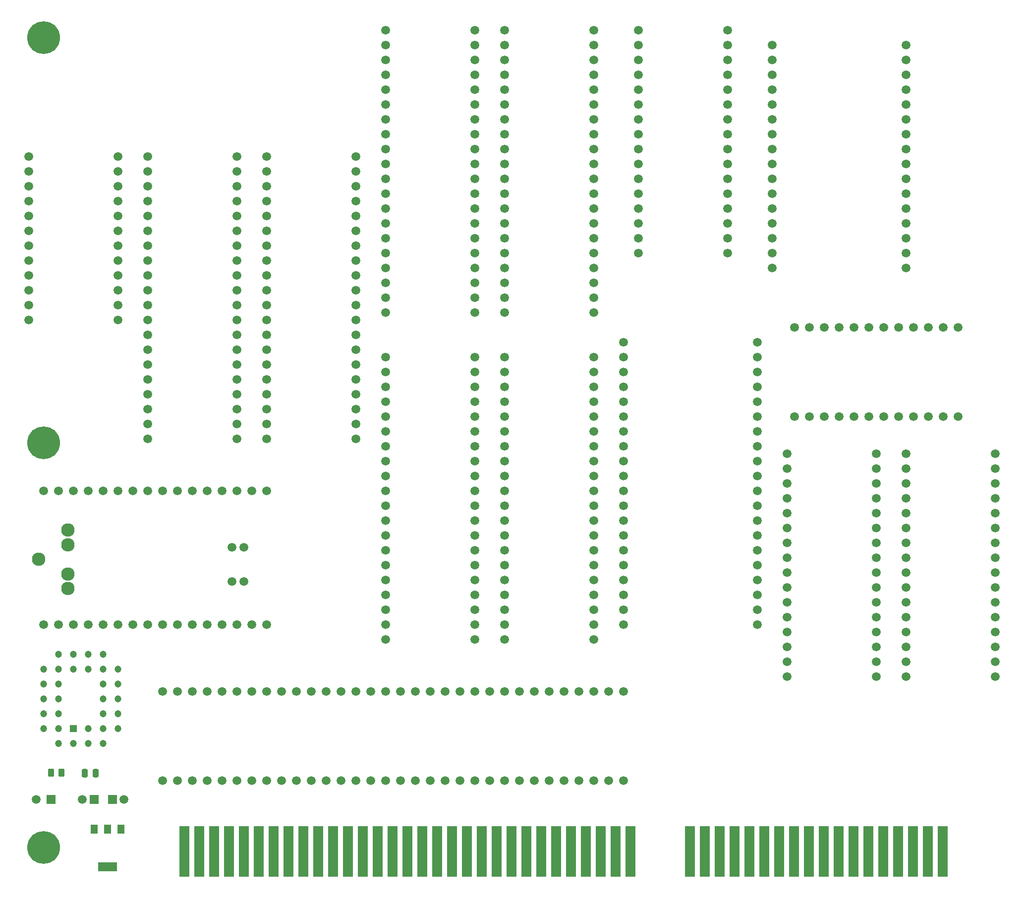
<source format=gts>
%TF.GenerationSoftware,KiCad,Pcbnew,8.0.4*%
%TF.CreationDate,2024-09-13T19:50:04+02:00*%
%TF.ProjectId,Audio Board,41756469-6f20-4426-9f61-72642e6b6963,V0*%
%TF.SameCoordinates,Original*%
%TF.FileFunction,Soldermask,Top*%
%TF.FilePolarity,Negative*%
%FSLAX46Y46*%
G04 Gerber Fmt 4.6, Leading zero omitted, Abs format (unit mm)*
G04 Created by KiCad (PCBNEW 8.0.4) date 2024-09-13 19:50:04*
%MOMM*%
%LPD*%
G01*
G04 APERTURE LIST*
G04 Aperture macros list*
%AMRoundRect*
0 Rectangle with rounded corners*
0 $1 Rounding radius*
0 $2 $3 $4 $5 $6 $7 $8 $9 X,Y pos of 4 corners*
0 Add a 4 corners polygon primitive as box body*
4,1,4,$2,$3,$4,$5,$6,$7,$8,$9,$2,$3,0*
0 Add four circle primitives for the rounded corners*
1,1,$1+$1,$2,$3*
1,1,$1+$1,$4,$5*
1,1,$1+$1,$6,$7*
1,1,$1+$1,$8,$9*
0 Add four rect primitives between the rounded corners*
20,1,$1+$1,$2,$3,$4,$5,0*
20,1,$1+$1,$4,$5,$6,$7,0*
20,1,$1+$1,$6,$7,$8,$9,0*
20,1,$1+$1,$8,$9,$2,$3,0*%
G04 Aperture macros list end*
%ADD10C,1.500000*%
%ADD11RoundRect,0.250000X-0.262500X-0.450000X0.262500X-0.450000X0.262500X0.450000X-0.262500X0.450000X0*%
%ADD12R,3.300000X1.500000*%
%ADD13R,1.200000X1.500000*%
%ADD14R,1.500000X1.500000*%
%ADD15R,1.780000X8.620000*%
%ADD16C,2.300000*%
%ADD17C,5.600000*%
%ADD18C,1.200000*%
%ADD19R,1.200000X1.200000*%
%ADD20RoundRect,0.250000X0.250000X0.475000X-0.250000X0.475000X-0.250000X-0.475000X0.250000X-0.475000X0*%
G04 APERTURE END LIST*
D10*
%TO.C,B13*%
X175260000Y-24130000D03*
X175260000Y-26670000D03*
X175260000Y-29209999D03*
X175260000Y-31750000D03*
X175260000Y-34290000D03*
X175260000Y-36830000D03*
X175260000Y-39370000D03*
X175260000Y-41910001D03*
X175260000Y-44450000D03*
X175260000Y-46990000D03*
X175260000Y-49530000D03*
X175260000Y-52069999D03*
X175260000Y-54610000D03*
X175260000Y-57150000D03*
X175260000Y-59690000D03*
X175260000Y-62229999D03*
X152400000Y-62229999D03*
X152400000Y-59690000D03*
X152400000Y-57150000D03*
X152400000Y-54610000D03*
X152400000Y-52069999D03*
X152400000Y-49530000D03*
X152400000Y-46990000D03*
X152400000Y-44450000D03*
X152400000Y-41910001D03*
X152400000Y-39370000D03*
X152400000Y-36830000D03*
X152400000Y-34290000D03*
X152400000Y-31750000D03*
X152400000Y-29209999D03*
X152400000Y-26670000D03*
X152400000Y-24130000D03*
%TD*%
D11*
%TO.C,R1*%
X30988000Y-148463000D03*
X29163000Y-148463000D03*
%TD*%
D12*
%TO.C,IC1*%
X38876000Y-164515000D03*
D13*
X36576000Y-158115000D03*
X38876000Y-158115000D03*
X41176000Y-158115000D03*
%TD*%
D10*
%TO.C,B6*%
X101600000Y-21590000D03*
X101600000Y-24130000D03*
X101600000Y-26670000D03*
X101600000Y-29210000D03*
X101600000Y-31750000D03*
X101600000Y-34290000D03*
X101600000Y-36830000D03*
X101600000Y-39370000D03*
X101600000Y-41910000D03*
X101600000Y-44450000D03*
X101600000Y-46990000D03*
X101600000Y-49530000D03*
X101600000Y-52070000D03*
X101600000Y-54610000D03*
X101600000Y-57150000D03*
X101600000Y-59690000D03*
X101600000Y-62230000D03*
X101600000Y-64770000D03*
X101600000Y-67310000D03*
X101600000Y-69850000D03*
X86360000Y-69850000D03*
X86360000Y-67310000D03*
X86360000Y-64770000D03*
X86360000Y-62230000D03*
X86360000Y-59690000D03*
X86360000Y-57150000D03*
X86360000Y-54610000D03*
X86360000Y-52070000D03*
X86360000Y-49530000D03*
X86360000Y-46990000D03*
X86360000Y-44450000D03*
X86360000Y-41910000D03*
X86360000Y-39370000D03*
X86360000Y-36830000D03*
X86360000Y-34290000D03*
X86360000Y-31750000D03*
X86360000Y-29210000D03*
X86360000Y-26670000D03*
X86360000Y-24130000D03*
X86360000Y-21590000D03*
%TD*%
%TO.C,LED1*%
X26675000Y-153035000D03*
D14*
X29215000Y-153035000D03*
%TD*%
D10*
%TO.C,B16*%
X48260000Y-134620000D03*
X50800000Y-134620000D03*
X53340000Y-134620000D03*
X55880000Y-134620000D03*
X58420000Y-134620000D03*
X60960000Y-134620000D03*
X63500000Y-134620000D03*
X66040000Y-134620000D03*
X68580000Y-134620000D03*
X71120000Y-134620000D03*
X73660000Y-134620000D03*
X76200000Y-134620000D03*
X78740000Y-134620000D03*
X81280000Y-134620000D03*
X83820000Y-134620000D03*
X86360000Y-134620000D03*
X88900000Y-134620000D03*
X91440000Y-134620000D03*
X93980000Y-134620000D03*
X96520000Y-134620000D03*
X99060000Y-134620000D03*
X101600000Y-134620000D03*
X104140000Y-134620000D03*
X106680000Y-134620000D03*
X109220000Y-134620000D03*
X111760000Y-134620000D03*
X114300000Y-134620000D03*
X116840000Y-134620000D03*
X119380000Y-134620000D03*
X121920000Y-134620000D03*
X124460000Y-134620000D03*
X127000000Y-134620000D03*
X127000000Y-149860000D03*
X124460000Y-149860000D03*
X121920000Y-149860000D03*
X119380000Y-149860000D03*
X116840000Y-149860000D03*
X114300000Y-149860000D03*
X111760000Y-149860000D03*
X109220000Y-149860000D03*
X106680000Y-149860000D03*
X104140000Y-149860000D03*
X101600000Y-149860000D03*
X99060000Y-149860000D03*
X96520000Y-149860000D03*
X93980000Y-149860000D03*
X91440000Y-149860000D03*
X88900000Y-149860000D03*
X86360000Y-149860000D03*
X83820000Y-149860000D03*
X81280000Y-149860000D03*
X78740000Y-149860000D03*
X76200000Y-149860000D03*
X73660000Y-149860000D03*
X71120000Y-149860000D03*
X68580000Y-149860000D03*
X66040000Y-149860000D03*
X63500000Y-149860000D03*
X60960000Y-149860000D03*
X58420000Y-149860000D03*
X55880000Y-149860000D03*
X53340000Y-149860000D03*
X50800000Y-149860000D03*
X48260000Y-149860000D03*
%TD*%
D15*
%TO.C,J5*%
X181559200Y-161925000D03*
X179019200Y-161925000D03*
X176479200Y-161925000D03*
X173939200Y-161925000D03*
X171399200Y-161925000D03*
X168859200Y-161925000D03*
X166319200Y-161925000D03*
X163779200Y-161925000D03*
X161239200Y-161925000D03*
X158699200Y-161925000D03*
X156159200Y-161925000D03*
X153619200Y-161925000D03*
X151079200Y-161925000D03*
X148539200Y-161925000D03*
X145999200Y-161925000D03*
X143459200Y-161925000D03*
X140919200Y-161925000D03*
X138379200Y-161925000D03*
X128219200Y-161925000D03*
X125679200Y-161925000D03*
X123139200Y-161925000D03*
X120599200Y-161925000D03*
X118059200Y-161925000D03*
X115519200Y-161925000D03*
X112979200Y-161925000D03*
X110439200Y-161925000D03*
X107899200Y-161925000D03*
X105359200Y-161925000D03*
X102819200Y-161925000D03*
X100279200Y-161925000D03*
X97739200Y-161925000D03*
X95199200Y-161925000D03*
X92659200Y-161925000D03*
X90119200Y-161925000D03*
X87579200Y-161925000D03*
X85039200Y-161925000D03*
X82499200Y-161925000D03*
X79959200Y-161925000D03*
X77419200Y-161925000D03*
X74879200Y-161925000D03*
X72339200Y-161925000D03*
X69799200Y-161925000D03*
X67259200Y-161925000D03*
X64719200Y-161925000D03*
X62179200Y-161925000D03*
X59639200Y-161925000D03*
X57099200Y-161925000D03*
X54559200Y-161925000D03*
X52019200Y-161925000D03*
%TD*%
D10*
%TO.C,B2*%
X121920000Y-77470000D03*
X121920000Y-80010000D03*
X121920000Y-82550000D03*
X121920000Y-85090000D03*
X121920000Y-87630000D03*
X121920000Y-90170000D03*
X121920000Y-92710000D03*
X121920000Y-95250000D03*
X121920000Y-97790000D03*
X121920000Y-100330000D03*
X121920000Y-102870000D03*
X121920000Y-105410000D03*
X121920000Y-107950000D03*
X121920000Y-110490000D03*
X121920000Y-113030000D03*
X121920000Y-115570000D03*
X121920000Y-118110000D03*
X121920000Y-120650000D03*
X121920000Y-123190000D03*
X121920000Y-125730000D03*
X106680000Y-125730000D03*
X106680000Y-123190000D03*
X106680000Y-120650000D03*
X106680000Y-118110001D03*
X106680000Y-115569999D03*
X106680000Y-113030000D03*
X106680000Y-110490000D03*
X106680000Y-107950000D03*
X106680000Y-105409999D03*
X106680000Y-102870000D03*
X106680000Y-100330000D03*
X106680000Y-97790000D03*
X106680000Y-95250001D03*
X106680000Y-92710000D03*
X106680000Y-90170000D03*
X106680000Y-87630000D03*
X106680000Y-85090000D03*
X106680000Y-82549999D03*
X106680000Y-80010000D03*
X106680000Y-77470000D03*
%TD*%
%TO.C,B17*%
X156210000Y-72390000D03*
X158750000Y-72390000D03*
X161290000Y-72390000D03*
X163830000Y-72390000D03*
X166370000Y-72390000D03*
X168910000Y-72390000D03*
X171450000Y-72390000D03*
X173990000Y-72390000D03*
X176530000Y-72390000D03*
X179070000Y-72390000D03*
X181610000Y-72390000D03*
X184150000Y-72390000D03*
X184149999Y-87630000D03*
X181610000Y-87630000D03*
X179070000Y-87630000D03*
X176530000Y-87630000D03*
X173990001Y-87630000D03*
X171450000Y-87630000D03*
X168910000Y-87630000D03*
X166370000Y-87630000D03*
X163830000Y-87630000D03*
X161289999Y-87630000D03*
X158750000Y-87630000D03*
X156210000Y-87630000D03*
%TD*%
%TO.C,B9*%
X27940000Y-100330000D03*
X30480000Y-100330000D03*
X33020000Y-100330000D03*
X35560000Y-100330000D03*
X38100000Y-100330000D03*
X40640000Y-100330000D03*
X43180000Y-100330000D03*
X45720000Y-100330000D03*
X48260000Y-100330000D03*
X50800000Y-100330000D03*
X53340000Y-100330000D03*
X55880000Y-100330000D03*
X58420000Y-100330000D03*
X60960000Y-100330000D03*
X63500000Y-100330000D03*
X66040000Y-100330000D03*
X66040000Y-123190000D03*
X63500000Y-123190000D03*
X60960000Y-123190000D03*
X58420000Y-123190000D03*
X55880000Y-123190000D03*
X53340000Y-123190000D03*
X50800000Y-123190000D03*
X48260000Y-123190000D03*
X45720000Y-123190000D03*
X43180000Y-123190000D03*
X40640000Y-123190000D03*
X38100000Y-123190000D03*
X35560000Y-123190000D03*
X33020000Y-123190000D03*
X30480000Y-123190000D03*
X27940000Y-123190000D03*
D16*
X32059000Y-107014000D03*
X32059000Y-109514000D03*
D10*
X62103000Y-109982000D03*
X60103000Y-109982000D03*
D16*
X27059000Y-112014000D03*
X32059000Y-114514000D03*
D10*
X62103000Y-115824000D03*
X60103000Y-115824000D03*
D16*
X32059000Y-117014000D03*
%TD*%
D10*
%TO.C,B8*%
X144780000Y-21590000D03*
X144780000Y-24130000D03*
X144780000Y-26670000D03*
X144780000Y-29210000D03*
X144780000Y-31750000D03*
X144780000Y-34290000D03*
X144780000Y-36830000D03*
X144780000Y-39370000D03*
X144780000Y-41910000D03*
X144780000Y-44450000D03*
X144780000Y-46990000D03*
X144780000Y-49530000D03*
X144780000Y-52070000D03*
X144780000Y-54610000D03*
X144780000Y-57150000D03*
X144780000Y-59690000D03*
X129540000Y-59689999D03*
X129540000Y-57150000D03*
X129540000Y-54610000D03*
X129540000Y-52070000D03*
X129540000Y-49529999D03*
X129540000Y-46990000D03*
X129540000Y-44450000D03*
X129540000Y-41910000D03*
X129540000Y-39370001D03*
X129540000Y-36830000D03*
X129540000Y-34290000D03*
X129540000Y-31750000D03*
X129540000Y-29210000D03*
X129540000Y-26669999D03*
X129540000Y-24130000D03*
X129540000Y-21590000D03*
%TD*%
D17*
%TO.C,H9*%
X27940000Y-161290000D03*
%TD*%
D10*
%TO.C,B1*%
X149860000Y-74930000D03*
X149860000Y-77470000D03*
X149860000Y-80009999D03*
X149860000Y-82550000D03*
X149860000Y-85090000D03*
X149860000Y-87630000D03*
X149860000Y-90170000D03*
X149860000Y-92710001D03*
X149860000Y-95250000D03*
X149860000Y-97790000D03*
X149860000Y-100330000D03*
X149860000Y-102869999D03*
X149860000Y-105410000D03*
X149860000Y-107950000D03*
X149860000Y-110490000D03*
X149860000Y-113029999D03*
X149860000Y-115570001D03*
X149860000Y-118110000D03*
X149860000Y-120650000D03*
X149860000Y-123190000D03*
X127000000Y-123190000D03*
X127000000Y-120650000D03*
X127000000Y-118110000D03*
X127000000Y-115570001D03*
X127000000Y-113029999D03*
X127000000Y-110490000D03*
X127000000Y-107950000D03*
X127000000Y-105410000D03*
X127000000Y-102869999D03*
X127000000Y-100330000D03*
X127000000Y-97790000D03*
X127000000Y-95250000D03*
X127000000Y-92710001D03*
X127000000Y-90170000D03*
X127000000Y-87630000D03*
X127000000Y-85090000D03*
X127000000Y-82550000D03*
X127000000Y-80009999D03*
X127000000Y-77470000D03*
X127000000Y-74930000D03*
%TD*%
%TO.C,B3*%
X81280000Y-43180000D03*
X81280000Y-45720000D03*
X81280000Y-48260000D03*
X81280000Y-50800000D03*
X81280000Y-53340000D03*
X81280000Y-55880000D03*
X81280000Y-58420000D03*
X81280000Y-60960000D03*
X81280000Y-63500000D03*
X81280000Y-66040000D03*
X81280000Y-68580000D03*
X81280000Y-71120000D03*
X81280000Y-73660000D03*
X81280000Y-76200000D03*
X81280000Y-78740000D03*
X81280000Y-81280000D03*
X81280000Y-83820000D03*
X81280000Y-86360000D03*
X81280000Y-88900000D03*
X81280000Y-91440000D03*
X66040000Y-91440000D03*
X66040000Y-88900000D03*
X66040000Y-86360000D03*
X66040000Y-83820001D03*
X66040000Y-81279999D03*
X66040000Y-78740000D03*
X66040000Y-76200000D03*
X66040000Y-73660000D03*
X66040000Y-71119999D03*
X66040000Y-68580000D03*
X66040000Y-66040000D03*
X66040000Y-63500000D03*
X66040000Y-60960001D03*
X66040000Y-58420000D03*
X66040000Y-55880000D03*
X66040000Y-53340000D03*
X66040000Y-50800000D03*
X66040000Y-48259999D03*
X66040000Y-45720000D03*
X66040000Y-43180000D03*
%TD*%
%TO.C,B15*%
X190500000Y-93980000D03*
X190500000Y-96520000D03*
X190500000Y-99060000D03*
X190500000Y-101600000D03*
X190500000Y-104140000D03*
X190500000Y-106680000D03*
X190500000Y-109220000D03*
X190500000Y-111760000D03*
X190500000Y-114300000D03*
X190500000Y-116840000D03*
X190500000Y-119380000D03*
X190500000Y-121920000D03*
X190500000Y-124460000D03*
X190500000Y-127000000D03*
X190500000Y-129540000D03*
X190500000Y-132080000D03*
X175260000Y-132079999D03*
X175260000Y-129540000D03*
X175260000Y-127000000D03*
X175260000Y-124460000D03*
X175260000Y-121919999D03*
X175260000Y-119380000D03*
X175260000Y-116840000D03*
X175260000Y-114300000D03*
X175260000Y-111760001D03*
X175260000Y-109220000D03*
X175260000Y-106680000D03*
X175260000Y-104140000D03*
X175260000Y-101600000D03*
X175260000Y-99059999D03*
X175260000Y-96520000D03*
X175260000Y-93980000D03*
%TD*%
%TO.C,B12*%
X40640000Y-43180000D03*
X40640000Y-45720000D03*
X40640000Y-48260000D03*
X40640000Y-50800000D03*
X40640000Y-53340000D03*
X40640000Y-55880000D03*
X40640000Y-58420000D03*
X40640000Y-60960000D03*
X40640000Y-63500000D03*
X40640000Y-66040000D03*
X40640000Y-68580000D03*
X40640000Y-71120000D03*
X25400000Y-71119999D03*
X25400000Y-68580000D03*
X25400000Y-66040000D03*
X25400000Y-63500000D03*
X25400000Y-60960001D03*
X25400000Y-58420000D03*
X25400000Y-55880000D03*
X25400000Y-53340000D03*
X25400000Y-50800000D03*
X25400000Y-48259999D03*
X25400000Y-45720000D03*
X25400000Y-43180000D03*
%TD*%
%TO.C,B7*%
X101600000Y-77470000D03*
X101600000Y-80010000D03*
X101600000Y-82550000D03*
X101600000Y-85090000D03*
X101600000Y-87630000D03*
X101600000Y-90170000D03*
X101600000Y-92710000D03*
X101600000Y-95250000D03*
X101600000Y-97790000D03*
X101600000Y-100330000D03*
X101600000Y-102870000D03*
X101600000Y-105410000D03*
X101600000Y-107950000D03*
X101600000Y-110490000D03*
X101600000Y-113030000D03*
X101600000Y-115570000D03*
X101600000Y-118110000D03*
X101600000Y-120650000D03*
X101600000Y-123190000D03*
X101600000Y-125730000D03*
X86360000Y-125730000D03*
X86360000Y-123190000D03*
X86360000Y-120650000D03*
X86360000Y-118110001D03*
X86360000Y-115569999D03*
X86360000Y-113030000D03*
X86360000Y-110490000D03*
X86360000Y-107950000D03*
X86360000Y-105409999D03*
X86360000Y-102870000D03*
X86360000Y-100330000D03*
X86360000Y-97790000D03*
X86360000Y-95250001D03*
X86360000Y-92710000D03*
X86360000Y-90170000D03*
X86360000Y-87630000D03*
X86360000Y-85090000D03*
X86360000Y-82549999D03*
X86360000Y-80010000D03*
X86360000Y-77470000D03*
%TD*%
%TO.C,B11*%
X170180000Y-93980000D03*
X170180000Y-96520000D03*
X170180000Y-99060000D03*
X170180000Y-101600000D03*
X170180000Y-104140000D03*
X170180000Y-106680000D03*
X170180000Y-109220000D03*
X170180000Y-111760000D03*
X170180000Y-114300000D03*
X170180000Y-116840000D03*
X170180000Y-119380000D03*
X170180000Y-121920000D03*
X170180000Y-124460000D03*
X170180000Y-127000000D03*
X170180000Y-129540000D03*
X170180000Y-132080000D03*
X154940000Y-132079999D03*
X154940000Y-129540000D03*
X154940000Y-127000000D03*
X154940000Y-124460000D03*
X154940000Y-121919999D03*
X154940000Y-119380000D03*
X154940000Y-116840000D03*
X154940000Y-114300000D03*
X154940000Y-111760001D03*
X154940000Y-109220000D03*
X154940000Y-106680000D03*
X154940000Y-104140000D03*
X154940000Y-101600000D03*
X154940000Y-99059999D03*
X154940000Y-96520000D03*
X154940000Y-93980000D03*
%TD*%
%TO.C,B4*%
X121920000Y-21590000D03*
X121920000Y-24130000D03*
X121920000Y-26670000D03*
X121920000Y-29210000D03*
X121920000Y-31750000D03*
X121920000Y-34290000D03*
X121920000Y-36830000D03*
X121920000Y-39370000D03*
X121920000Y-41910000D03*
X121920000Y-44450000D03*
X121920000Y-46990000D03*
X121920000Y-49530000D03*
X121920000Y-52070000D03*
X121920000Y-54610000D03*
X121920000Y-57150000D03*
X121920000Y-59690000D03*
X121920000Y-62230000D03*
X121920000Y-64770000D03*
X121920000Y-67310000D03*
X121920000Y-69850000D03*
X106680000Y-69850000D03*
X106680000Y-67310000D03*
X106680000Y-64770000D03*
X106680000Y-62230001D03*
X106680000Y-59689999D03*
X106680000Y-57150000D03*
X106680000Y-54610000D03*
X106680000Y-52070000D03*
X106680000Y-49529999D03*
X106680000Y-46990000D03*
X106680000Y-44450000D03*
X106680000Y-41910000D03*
X106680000Y-39370001D03*
X106680000Y-36830000D03*
X106680000Y-34290000D03*
X106680000Y-31750000D03*
X106680000Y-29210000D03*
X106680000Y-26669999D03*
X106680000Y-24130000D03*
X106680000Y-21590000D03*
%TD*%
D18*
%TO.C,IC2*%
X33020000Y-143510000D03*
X30480000Y-140970000D03*
X30480000Y-143510000D03*
X27940000Y-140970000D03*
X30480000Y-138430000D03*
X27940000Y-138430000D03*
X30480000Y-135890000D03*
X27940000Y-135890000D03*
X30480000Y-133350000D03*
X27940000Y-133350000D03*
X30480000Y-130810000D03*
X27940000Y-130810000D03*
X30480000Y-128270000D03*
X33020000Y-130810000D03*
X33020000Y-128270000D03*
X35560000Y-130810000D03*
X35560000Y-128270000D03*
X38100000Y-130810000D03*
X38100000Y-128270000D03*
X40640000Y-130810000D03*
X38100000Y-133350000D03*
X40640000Y-133350000D03*
X38100000Y-135890000D03*
X40640000Y-135890000D03*
X38100000Y-138430000D03*
X40640000Y-138430000D03*
X38100000Y-140970000D03*
X40640000Y-140970000D03*
X38100000Y-143510000D03*
X35560000Y-140970000D03*
X35560000Y-143510000D03*
D19*
X33020000Y-140970000D03*
%TD*%
D10*
%TO.C,C1*%
X34576000Y-153035000D03*
D14*
X36576000Y-153035000D03*
%TD*%
D17*
%TO.C,H1*%
X27940000Y-92075000D03*
%TD*%
D10*
%TO.C,C2*%
X41667400Y-153035000D03*
D14*
X39667400Y-153035000D03*
%TD*%
D10*
%TO.C,B5*%
X60960000Y-43180000D03*
X60960000Y-45720000D03*
X60960000Y-48260000D03*
X60960000Y-50800000D03*
X60960000Y-53340000D03*
X60960000Y-55880000D03*
X60960000Y-58420000D03*
X60960000Y-60960000D03*
X60960000Y-63500000D03*
X60960000Y-66040000D03*
X60960000Y-68580000D03*
X60960000Y-71120000D03*
X60960000Y-73660000D03*
X60960000Y-76200000D03*
X60960000Y-78740000D03*
X60960000Y-81280000D03*
X60960000Y-83820000D03*
X60960000Y-86360000D03*
X60960000Y-88900000D03*
X60960000Y-91440000D03*
X45720000Y-91440000D03*
X45720000Y-88900000D03*
X45720000Y-86360000D03*
X45720000Y-83820001D03*
X45720000Y-81279999D03*
X45720000Y-78740000D03*
X45720000Y-76200000D03*
X45720000Y-73660000D03*
X45720000Y-71119999D03*
X45720000Y-68580000D03*
X45720000Y-66040000D03*
X45720000Y-63500000D03*
X45720000Y-60960001D03*
X45720000Y-58420000D03*
X45720000Y-55880000D03*
X45720000Y-53340000D03*
X45720000Y-50800000D03*
X45720000Y-48259999D03*
X45720000Y-45720000D03*
X45720000Y-43180000D03*
%TD*%
D17*
%TO.C,H19*%
X27940000Y-22860000D03*
%TD*%
D20*
%TO.C,C3*%
X34930000Y-148590000D03*
X36830000Y-148590000D03*
%TD*%
M02*

</source>
